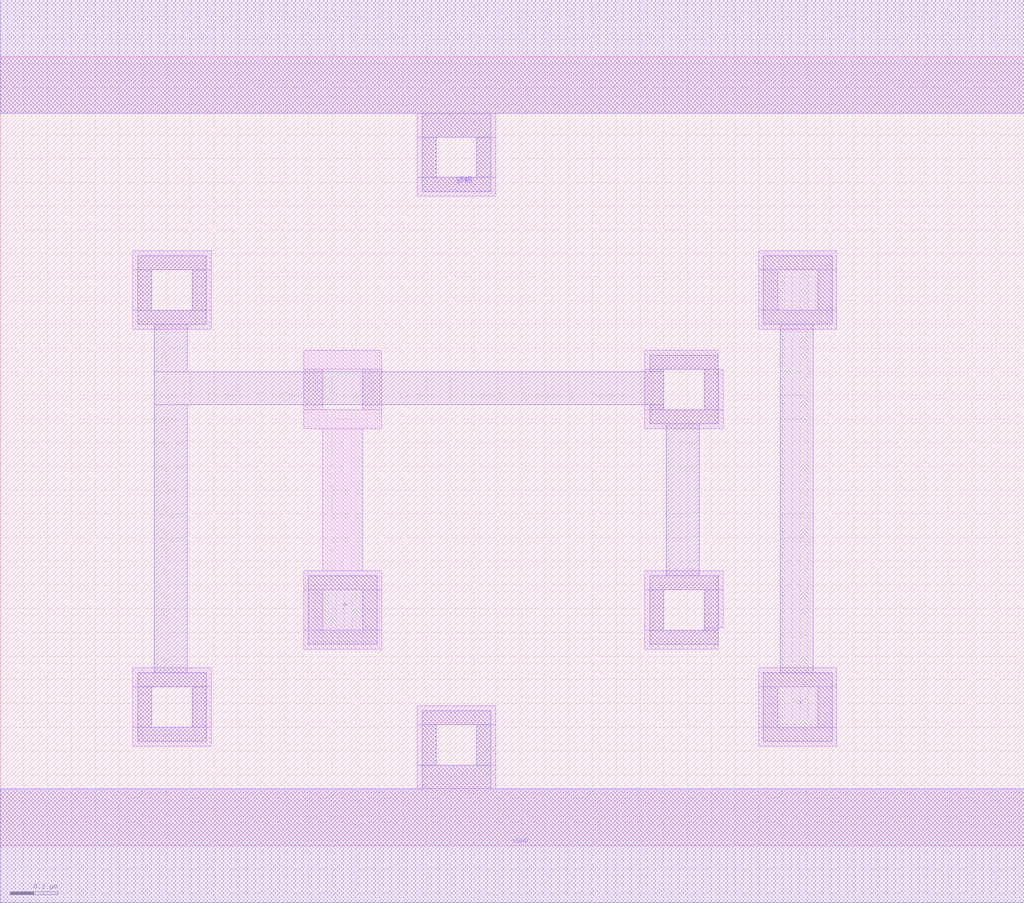
<source format=lef>
VERSION 5.7 ;
  NOWIREEXTENSIONATPIN ON ;
  DIVIDERCHAR "/" ;
  BUSBITCHARS "[]" ;
MACRO BUFX2
  CLASS CORE ;
  FOREIGN BUFX2 ;
  ORIGIN 0.000 0.000 ;
  SIZE 4.320 BY 3.330 ;
  SYMMETRY X Y R90 ;
  SITE unit ;
  PIN VPWR
    DIRECTION INOUT ;
    USE POWER ;
    SHAPE ABUTMENT ;
    PORT
      LAYER met1 ;
        RECT 0.000 3.090 4.320 3.570 ;
        RECT 1.780 2.990 2.070 3.090 ;
        RECT 1.780 2.820 1.840 2.990 ;
        RECT 2.010 2.820 2.070 2.990 ;
        RECT 1.780 2.760 2.070 2.820 ;
    END
    PORT
      LAYER li1 ;
        RECT 0.000 3.090 4.320 3.570 ;
        RECT 1.760 2.990 2.090 3.090 ;
        RECT 1.760 2.820 1.840 2.990 ;
        RECT 2.010 2.820 2.090 2.990 ;
        RECT 1.760 2.740 2.090 2.820 ;
    END
  END VPWR
  PIN VGND
    DIRECTION INOUT ;
    USE GROUND ;
    SHAPE ABUTMENT ;
    PORT
      LAYER met1 ;
        RECT 1.780 0.510 2.070 0.570 ;
        RECT 1.780 0.340 1.840 0.510 ;
        RECT 2.010 0.340 2.070 0.510 ;
        RECT 1.780 0.240 2.070 0.340 ;
        RECT 0.000 -0.240 4.320 0.240 ;
    END
    PORT
      LAYER li1 ;
        RECT 1.760 0.510 2.090 0.590 ;
        RECT 1.760 0.340 1.840 0.510 ;
        RECT 2.010 0.340 2.090 0.510 ;
        RECT 1.760 0.240 2.090 0.340 ;
        RECT 0.000 -0.240 4.320 0.240 ;
    END
  END VGND
  PIN Y
    DIRECTION INOUT ;
    USE SIGNAL ;
    SHAPE ABUTMENT ;
    PORT
      LAYER met1 ;
        RECT 3.220 2.200 3.510 2.490 ;
        RECT 3.290 0.730 3.430 2.200 ;
        RECT 3.220 0.440 3.510 0.730 ;
    END
  END Y
  PIN A
    DIRECTION INOUT ;
    USE SIGNAL ;
    SHAPE ABUTMENT ;
    PORT
      LAYER met1 ;
        RECT 1.300 0.850 1.590 1.140 ;
    END
  END A
  OBS
      LAYER li1 ;
        RECT 0.560 2.430 0.890 2.510 ;
        RECT 0.560 2.260 0.640 2.430 ;
        RECT 0.810 2.260 0.890 2.430 ;
        RECT 0.560 2.180 0.890 2.260 ;
        RECT 3.200 2.430 3.530 2.510 ;
        RECT 3.200 2.260 3.280 2.430 ;
        RECT 3.450 2.260 3.530 2.430 ;
        RECT 3.200 2.180 3.530 2.260 ;
        RECT 1.280 2.010 1.610 2.090 ;
        RECT 1.280 1.840 1.360 2.010 ;
        RECT 1.530 1.840 1.610 2.010 ;
        RECT 1.280 1.760 1.610 1.840 ;
        RECT 2.720 2.010 3.030 2.090 ;
        RECT 2.720 1.840 2.800 2.010 ;
        RECT 2.970 1.840 3.050 2.010 ;
        RECT 2.720 1.760 3.050 1.840 ;
        RECT 1.360 1.160 1.530 1.760 ;
        RECT 1.280 1.080 1.610 1.160 ;
        RECT 1.280 0.910 1.360 1.080 ;
        RECT 1.530 0.910 1.610 1.080 ;
        RECT 1.280 0.830 1.610 0.910 ;
        RECT 2.720 1.080 3.050 1.160 ;
        RECT 2.720 0.910 2.800 1.080 ;
        RECT 2.970 0.920 3.050 1.080 ;
        RECT 2.970 0.910 3.030 0.920 ;
        RECT 2.720 0.830 3.030 0.910 ;
        RECT 0.560 0.670 0.890 0.750 ;
        RECT 0.560 0.500 0.640 0.670 ;
        RECT 0.810 0.500 0.890 0.670 ;
        RECT 0.560 0.420 0.890 0.500 ;
        RECT 3.200 0.670 3.530 0.750 ;
        RECT 3.200 0.500 3.280 0.670 ;
        RECT 3.450 0.500 3.530 0.670 ;
        RECT 3.200 0.420 3.530 0.500 ;
      LAYER met1 ;
        RECT 0.580 2.430 0.870 2.490 ;
        RECT 0.580 2.260 0.640 2.430 ;
        RECT 0.810 2.260 0.870 2.430 ;
        RECT 0.580 2.200 0.870 2.260 ;
        RECT 0.650 2.000 0.790 2.200 ;
        RECT 2.740 2.010 3.030 2.070 ;
        RECT 2.740 2.000 2.800 2.010 ;
        RECT 0.650 1.860 2.800 2.000 ;
        RECT 0.650 0.730 0.790 1.860 ;
        RECT 2.740 1.840 2.800 1.860 ;
        RECT 2.970 1.840 3.030 2.010 ;
        RECT 2.740 1.780 3.030 1.840 ;
        RECT 2.810 1.140 2.950 1.780 ;
        RECT 2.740 1.080 3.030 1.140 ;
        RECT 2.740 0.910 2.800 1.080 ;
        RECT 2.970 0.910 3.030 1.080 ;
        RECT 2.740 0.850 3.030 0.910 ;
        RECT 0.580 0.670 0.870 0.730 ;
        RECT 0.580 0.500 0.640 0.670 ;
        RECT 0.810 0.500 0.870 0.670 ;
        RECT 0.580 0.440 0.870 0.500 ;
  END
END BUFX2
END LIBRARY


</source>
